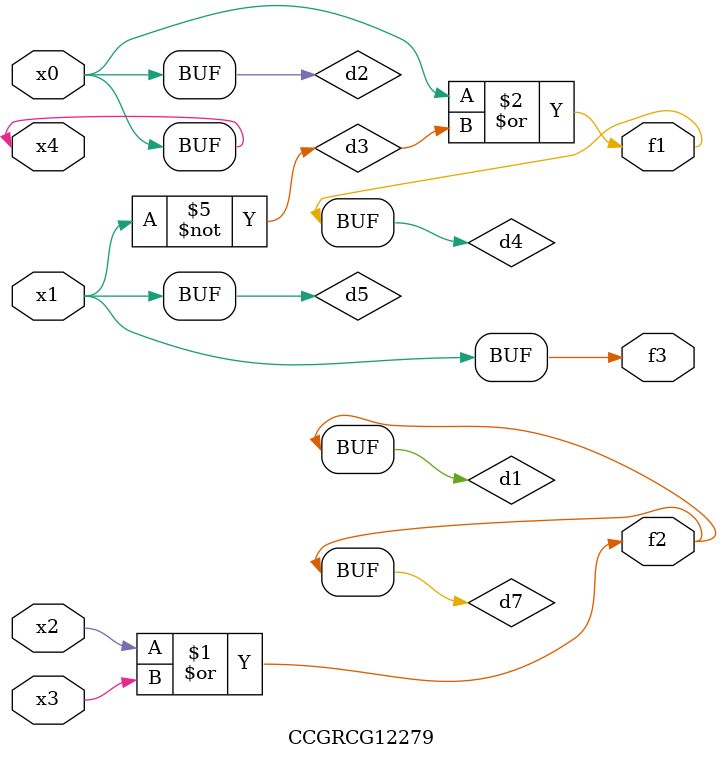
<source format=v>
module CCGRCG12279(
	input x0, x1, x2, x3, x4,
	output f1, f2, f3
);

	wire d1, d2, d3, d4, d5, d6, d7;

	or (d1, x2, x3);
	buf (d2, x0, x4);
	not (d3, x1);
	or (d4, d2, d3);
	not (d5, d3);
	nand (d6, d1, d3);
	or (d7, d1);
	assign f1 = d4;
	assign f2 = d7;
	assign f3 = d5;
endmodule

</source>
